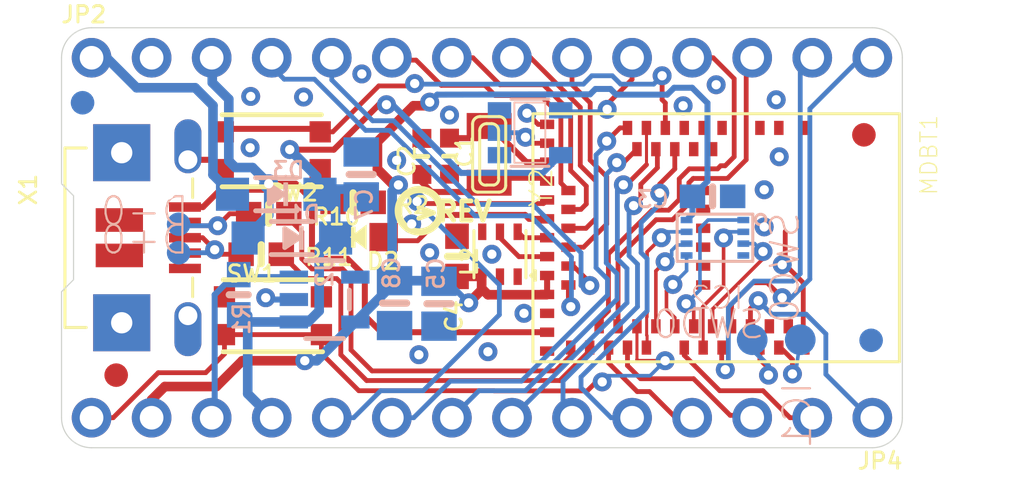
<source format=kicad_pcb>
(kicad_pcb (version 20211014) (generator pcbnew)
  (layers (0 "F.Cu" signal) (31 "B.Cu" signal) (34 "B.Paste" user) (35 "F.Paste" user) (36 "B.SilkS" user "B.Silkscreen") (37 "F.SilkS" user "F.Silkscreen") (38 "B.Mask" user) (39 "F.Mask" user) (44 "Edge.Cuts" user))
  (net 0 "")
  (net 1 "GND")
  (net 2 "VBUS")
  (net 3 "SWDIO")
  (net 4 "SWCLK")
  (net 5 "3.3V")
  (net 6 "VBAT")
  (net 7 "EN")
  (net 8 "USBD+")
  (net 9 "USBD-")
  (net 10 "VHI")
  (net 11 "SDA")
  (net 12 "SCL")
  (net 13 "A0")
  (net 14 "A1")
  (net 15 "A2")
  (net 16 "A3")
  (net 17 "A4")
  (net 18 "A5")
  (net 19 "QSPI_SCK")
  (net 20 "QSPI_DATA1")
  (net 21 "QSPI_DATA2")
  (net 22 "SCK")
  (net 23 "MOSI")
  (net 24 "MISO")
  (net 25 "QSPI_DATA3")
  (net 26 "QSPI_CS")
  (net 27 "QSPI_DATA0")
  (net 28 "D+")
  (net 29 "D-")
  (net 30 "DCCH")
  (net 31 "LED1")
  (net 32 "D9")
  (net 33 "D10")
  (net 34 "D13")
  (net 35 "D11")
  (net 36 "D12")
  (net 37 "D2")
  (net 38 "D7")
  (net 39 "TX_D1")
  (net 40 "RX_D0")
  (net 41 "~{RESET}")
  (net 42 "D5")
  (net 43 "DOT_DATA")
  (net 44 "DOT_CLK")
  (net 45 "SWITCH")
  (net 46 "N$1")
  (net 47 "N$7")
  (net 48 "N$8")
  (net 49 "D5_5V")
  (footprint "Adafruit ItsyBitsy nRF52840 Express:4UCONN_20329_V2" (layer "F.Cu") (at 135.1661 105.0036 -90)
    (fp_text reference "X1")
    (fp_text value "4u20329")
  )
  (footprint "Adafruit ItsyBitsy nRF52840 Express:FIDUCIAL_1MM" (layer "F.Cu") (at 164.6555 100.6475)
    (fp_text reference "FID2" hide)
    (fp_text value "FIDUCIAL_1MM" hide)
  )
  (footprint "Adafruit ItsyBitsy nRF52840 Express:FIDUCIAL_1MM" (layer "F.Cu") (at 133.0325 110.8202)
    (fp_text reference "FID1" hide)
    (fp_text value "FIDUCIAL_1MM" hide)
  )
  (footprint "Adafruit ItsyBitsy nRF52840 Express:XTAL3215" (layer "F.Cu") (at 148.8059 101.473 90)
    (fp_text reference "Y2")
    (fp_text value "32.768")
  )
  (footprint "Adafruit ItsyBitsy nRF52840 Express:BTN_KMR2_4.6X2.8" (layer "F.Cu") (at 139.6619 108.3056)
    (fp_text reference "SW1")
    (fp_text value "KMR2")
  )
  (footprint "Adafruit ItsyBitsy nRF52840 Express:0603-NO" (layer "F.Cu") (at 143.0528 103.505)
    (fp_text reference "R2")
    (fp_text value "1K")
  )
  (footprint "Adafruit ItsyBitsy nRF52840 Express:BTN_KMR2_4.6X2.8" (layer "F.Cu") (at 139.6111 101.3206 180)
    (fp_text reference "SW2")
    (fp_text value "KMR2")
  )
  (footprint "Adafruit ItsyBitsy nRF52840 Express:1X14_ROUND70" (layer "F.Cu") (at 148.5011 97.3836)
    (fp_text reference "JP2")
    (fp_text value "")
  )
  (footprint "Adafruit ItsyBitsy nRF52840 Express:0603-NO" (layer "F.Cu") (at 139.1666 105.7021)
    (fp_text reference "R11")
    (fp_text value "22")
  )
  (footprint "Adafruit ItsyBitsy nRF52840 Express:1X14_ROUND70" (layer "F.Cu") (at 148.5011 112.6236 180)
    (fp_text reference "JP4")
    (fp_text value "")
  )
  (footprint "Adafruit ItsyBitsy nRF52840 Express:MDBT50" (layer "F.Cu") (at 158.4071 105.0036 -90)
    (fp_text reference "MDBT1")
    (fp_text value "MDBT50")
  )
  (footprint "Adafruit ItsyBitsy nRF52840 Express:PCBFEAT-REV-040" (layer "F.Cu") (at 145.8595 103.8606)
    (fp_text reference "U$15" hide)
    (fp_text value "" hide)
  )
  (footprint "Adafruit ItsyBitsy nRF52840 Express:APA102_2020" (layer "F.Cu") (at 149.2631 105.7021 90)
    (fp_text reference "L2")
    (fp_text value "AP102-2020")
  )
  (footprint "Adafruit ItsyBitsy nRF52840 Express:CHIPLED_0805_NOOUTLINE" (layer "F.Cu") (at 143.2941 104.9782 90)
    (fp_text reference "D2")
    (fp_text value "RED")
  )
  (footprint "Adafruit ItsyBitsy nRF52840 Express:ITSYNRF52840_TOP" (layer "F.Cu") (at 130.7211 113.8936)
    (fp_text reference "U$12" hide)
    (fp_text value "" hide)
  )
  (footprint "Adafruit ItsyBitsy nRF52840 Express:_0603MP" (layer "F.Cu") (at 147.1295 101.5492 -90)
    (fp_text reference "C1")
    (fp_text value "22pF")
  )
  (footprint "Adafruit ItsyBitsy nRF52840 Express:0603-NO" (layer "F.Cu") (at 139.4841 103.9876)
    (fp_text reference "R10")
    (fp_text value "22")
  )
  (footprint "Adafruit ItsyBitsy nRF52840 Express:_0603MP" (layer "F.Cu") (at 145.9611 101.5619 90)
    (fp_text reference "C2")
    (fp_text value "22pF")
  )
  (footprint "Adafruit ItsyBitsy nRF52840 Express:0603-NO" (layer "F.Cu") (at 147.447 105.791 -90)
    (fp_text reference "C4")
    (fp_text value "0.1uF")
  )
  (footprint "Adafruit ItsyBitsy nRF52840 Express:USON8" (layer "B.Cu") (at 158.3563 105.0036 180)
    (fp_text reference "IC2")
    (fp_text value "GD25Q16")
  )
  (footprint "Adafruit ItsyBitsy nRF52840 Express:0805-NO" (layer "B.Cu") (at 146.685 107.7976 90)
    (fp_text reference "C5")
    (fp_text value "10uF")
  )
  (footprint "Adafruit ItsyBitsy nRF52840 Express:SOD-123" (layer "B.Cu") (at 140.462 105.0163 180)
    (fp_text reference "D1")
    (fp_text value "MBR120")
  )
  (footprint "Adafruit ItsyBitsy nRF52840 Express:FIDUCIAL_1MM" (layer "B.Cu") (at 131.6101 99.2886 180)
    (fp_text reference "FID3" hide)
    (fp_text value "FIDUCIAL_1MM" hide)
  )
  (footprint "Adafruit ItsyBitsy nRF52840 Express:0805-NO" (layer "B.Cu") (at 144.8054 107.7722 90)
    (fp_text reference "C8")
    (fp_text value "10uF")
  )
  (footprint "Adafruit ItsyBitsy nRF52840 Express:TP13R" (layer "B.Cu") (at 159.9311 109.3216 180)
    (fp_text reference "SWD0")
    (fp_text value "TPTP13R")
  )
  (footprint "Adafruit ItsyBitsy nRF52840 Express:TP10R" (layer "B.Cu") (at 135.6741 105.6386 180)
    (fp_text reference "D+0")
    (fp_text value "TPTP10R")
  )
  (footprint "Adafruit ItsyBitsy nRF52840 Express:TP10R" (layer "B.Cu") (at 135.6741 104.4321 180)
    (fp_text reference "D-0")
    (fp_text value "TPTP10R")
  )
  (footprint "Adafruit ItsyBitsy nRF52840 Express:SOD-123" (layer "B.Cu") (at 139.8016 103.1621 180)
    (fp_text reference "D3")
    (fp_text value "MBR120")
  )
  (footprint "Adafruit ItsyBitsy nRF52840 Express:0805-NO" (layer "B.Cu") (at 143.3957 102.3239 -90)
    (fp_text reference "C7")
    (fp_text value "10uF")
  )
  (footprint "Adafruit ItsyBitsy nRF52840 Express:FIDUCIAL_1MM" (layer "B.Cu") (at 164.9603 109.347 180)
    (fp_text reference "FID4" hide)
    (fp_text value "FIDUCIAL_1MM" hide)
  )
  (footprint "Adafruit ItsyBitsy nRF52840 Express:ITSYNRF52840_BOT" (layer "B.Cu") (at 166.2811 113.8936 180)
    (fp_text reference "U$14" hide)
    (fp_text value "" hide)
  )
  (footprint "Adafruit ItsyBitsy nRF52840 Express:TP13R" (layer "B.Cu") (at 161.9631 109.3216 -90)
    (fp_text reference "SWC0")
    (fp_text value "TPTP13R")
  )
  (footprint "Adafruit ItsyBitsy nRF52840 Express:SOT23-5" (layer "B.Cu") (at 150.5331 100.5586 90)
    (fp_text reference "IC1")
    (fp_text value "74HCT1G125DBV")
  )
  (footprint "Adafruit ItsyBitsy nRF52840 Express:SOT23-5" (layer "B.Cu") (at 141.8463 107.6198 90)
    (fp_text reference "U2")
    (fp_text value "AP2112(3.3V)")
  )
  (footprint "Adafruit ItsyBitsy nRF52840 Express:0603-NO" (layer "B.Cu") (at 138.2141 107.4166 -90)
    (fp_text reference "R1")
    (fp_text value "10K")
  )
  (footprint "Adafruit ItsyBitsy nRF52840 Express:0603-NO" (layer "B.Cu") (at 158.2547 103.251 180)
    (fp_text reference "C3")
    (fp_text value "0.1uF")
  )
  (gr_arc (start 165.0111 96.1136) (mid 165.909126 96.485574) (end 166.2811 97.3836) (layer "Edge.Cuts") (width 0.05))
  (gr_line (start 166.2811 97.3836) (end 166.2811 112.6236) (layer "Edge.Cuts") (width 0.05))
  (gr_line (start 131.2291 103.2256) (end 130.7211 102.7176) (layer "Edge.Cuts") (width 0.05))
  (gr_arc (start 130.7211 97.3836) (mid 131.093074 96.485574) (end 131.9911 96.1136) (layer "Edge.Cuts") (width 0.05))
  (gr_line (start 131.9911 96.1136) (end 165.0111 96.1136) (layer "Edge.Cuts") (width 0.05))
  (gr_arc (start 166.2811 112.6236) (mid 165.909126 113.521626) (end 165.0111 113.8936) (layer "Edge.Cuts") (width 0.05))
  (gr_line (start 130.7211 107.2896) (end 131.2291 106.7816) (layer "Edge.Cuts") (width 0.05))
  (gr_arc (start 131.9911 113.8936) (mid 131.093074 113.521626) (end 130.7211 112.6236) (layer "Edge.Cuts") (width 0.05))
  (gr_line (start 165.0111 113.8936) (end 131.9911 113.8936) (layer "Edge.Cuts") (width 0.05))
  (gr_line (start 130.7211 112.6236) (end 130.7211 107.2896) (layer "Edge.Cuts") (width 0.05))
  (gr_line (start 130.7211 102.7176) (end 130.7211 97.3836) (layer "Edge.Cuts") (width 0.05))
  (gr_line (start 131.2291 106.7816) (end 131.2291 103.2256) (layer "Edge.Cuts") (width 0.05))
  (segment (start 145.9611 100.9777) (end 145.9611 100.7999) (width 0.2032) (layer "F.Cu") (net 1))
  (segment (start 151.2571 100.2036) (end 150.8766 100.2036) (width 0.2032) (layer "F.Cu") (net 1))
  (segment (start 162.0901 106.9086) (end 161.3281 106.1466) (width 0.2032) (layer "F.Cu") (net 1))
  (segment (start 161.3281 104.737782) (end 161.3281 106.1466) (width 0.2032) (layer "F.Cu") (net 1))
  (segment (start 147.1295 102.3112) (end 147.1295 102.0953) (width 0.2032) (layer "F.Cu") (net 1))
  (segment (start 137.1441 101.7036) (end 136.0661 101.7036) (width 0.254) (layer "F.Cu") (net 1))
  (segment (start 150.8766 100.2036) (end 150.4061 99.7331) (width 0.2032) (layer "F.Cu") (net 1))
  (segment (start 162.0901 109.5866) (end 162.0901 106.9086) (width 0.2032) (layer "F.Cu") (net 1))
  (segment (start 137.5611 102.1206) (end 137.1441 101.7036) (width 0.254) (layer "F.Cu") (net 1))
  (segment (start 162.1571 109.6536) (end 162.0901 109.5866) (width 0.2032) (layer "F.Cu") (net 1))
  (via (at 158.4071 98.5266) (size 0.8001) (drill 0.3937) (layers "F.Cu" "B.Cu") (net 1))
  (via (at 148.9202 105.7021) (size 0.8001) (drill 0.3937) (layers "F.Cu" "B.Cu") (net 1))
  (via (at 145.5293 104.4194) (size 0.8001) (drill 0.3937) (layers "F.Cu" "B.Cu") (net 1))
  (via (at 148.7551 109.8296) (size 0.8001) (drill 0.3937) (layers "F.Cu" "B.Cu") (net 1))
  (via (at 138.7221 99.0219) (size 0.8001) (drill 0.3937) (layers "F.Cu" "B.Cu") (net 1))
  (via (at 150.4061 99.7331) (size 0.8001) (drill 0.3937) (layers "F.Cu" "B.Cu") (net 1))
  (via (at 150.2791 108.204) (size 0.8001) (drill 0.3937) (layers "F.Cu" "B.Cu") (net 1))
  (via (at 144.8943 101.727) (size 0.8001) (drill 0.3937) (layers "F.Cu" "B.Cu") (net 1))
  (via (at 146.2913 105.6386) (size 0.8001) (drill 0.3937) (layers "F.Cu" "B.Cu") (net 1))
  (via (at 160.9471 99.1616) (size 0.8001) (drill 0.3937) (layers "F.Cu" "B.Cu") (net 1))
  (via (at 140.9573 99.0473) (size 0.8001) (drill 0.3937) (layers "F.Cu" "B.Cu") (net 1))
  (via (at 147.1295 99.8093) (size 0.8001) (drill 0.3937) (layers "F.Cu" "B.Cu") (net 1))
  (via (at 161.2011 106.1466) (size 0.8001) (drill 0.3937) (layers "F.Cu" "B.Cu") (net 1))
  (via (at 143.4211 98.0694) (size 0.8001) (drill 0.3937) (layers "F.Cu" "B.Cu") (net 1))
  (via (at 157.0101 99.4156) (size 0.8001) (drill 0.3937) (layers "F.Cu" "B.Cu") (net 1))
  (via (at 160.4391 104.5464) (size 0.8001) (drill 0.3937) (layers "F.Cu" "B.Cu") (net 1))
  (via (at 161.0741 101.5746) (size 0.8001) (drill 0.3937) (layers "F.Cu" "B.Cu") (net 1))
  (via (at 145.8341 109.9566) (size 0.8001) (drill 0.3937) (layers "F.Cu" "B.Cu") (net 1))
  (via (at 139.3571 107.5436) (size 0.8001) (drill 0.3937) (layers "F.Cu" "B.Cu") (net 1))
  (via (at 160.4391 102.9716) (size 0.8001) (drill 0.3937) (layers "F.Cu" "B.Cu") (net 1))
  (via (at 138.6967 101.1936) (size 0.8001) (drill 0.3937) (layers "F.Cu" "B.Cu") (net 1))
  (segment (start 140.5462 107.6198) (end 139.4333 107.6198) (width 0.254) (layer "B.Cu") (net 1))
  (segment (start 139.4333 107.6198) (end 139.3571 107.5436) (width 0.254) (layer "B.Cu") (net 1))
  (segment (start 136.7031 103.7036) (end 137.4351 102.9716) (width 0.254) (layer "F.Cu") (net 2))
  (segment (start 135.9411 103.7036) (end 136.7031 103.7036) (width 0.254) (layer "F.Cu") (net 2))
  (segment (start 151.2571 109.0036) (end 144.2461 109.0036) (width 0.254) (layer "F.Cu") (net 2))
  (segment (start 139.2301 102.9716) (end 137.4351 102.9716) (width 0.254) (layer "F.Cu") (net 2))
  (segment (start 140.6271 102.7176) (end 139.4841 102.7176) (width 0.254) (layer "F.Cu") (net 2))
  (segment (start 144.2461 109.0036) (end 143.5481 108.3056) (width 0.254) (layer "F.Cu") (net 2))
  (segment (start 142.8115 105.8926) (end 141.5161 105.8926) (width 0.254) (layer "F.Cu") (net 2))
  (segment (start 143.5481 106.6292) (end 143.5481 108.3056) (width 0.254) (layer "F.Cu") (net 2))
  (segment (start 141.3129 103.4034) (end 140.6271 102.7176) (width 0.254) (layer "F.Cu") (net 2))
  (segment (start 141.5161 105.8926) (end 141.3129 105.6894) (width 0.254) (layer "F.Cu") (net 2))
  (segment (start 141.3129 103.4034) (end 141.3129 105.6894) (width 0.254) (layer "F.Cu") (net 2))
  (segment (start 139.4841 102.7176) (end 139.2301 102.9716) (width 0.254) (layer "F.Cu") (net 2))
  (segment (start 143.5481 106.6292) (end 142.8115 105.8926) (width 0.254) (layer "F.Cu") (net 2))
  (via (at 139.4841 102.7176) (size 0.8001) (drill 0.3937) (layers "F.Cu" "B.Cu") (net 2))
  (segment (start 138.612 105.0163) (end 138.612 104.9232) (width 0.254) (layer "B.Cu") (net 2))
  (segment (start 137.0711 97.3836) (end 137.0965 97.409) (width 0.254) (layer "B.Cu") (net 2))
  (segment (start 139.4841 104.0511) (end 138.612 104.9232) (width 0.4064) (layer "B.Cu") (net 2))
  (segment (start 137.0965 97.409) (end 137.0965 98.4377) (width 0.4064) (layer "B.Cu") (net 2))
  (segment (start 139.4841 102.7176) (end 139.4841 104.0511) (width 0.4064) (layer "B.Cu") (net 2))
  (segment (start 138.7983 102.0318) (end 138.0744 102.0318) (width 0.4064) (layer "B.Cu") (net 2))
  (segment (start 138.0744 102.0318) (end 137.795 101.7524) (width 0.4064) (layer "B.Cu") (net 2))
  (segment (start 139.4841 102.7176) (end 138.7983 102.0318) (width 0.4064) (layer "B.Cu") (net 2))
  (segment (start 137.795 99.1362) (end 137.0965 98.4377) (width 0.4064) (layer "B.Cu") (net 2))
  (segment (start 137.795 99.1362) (end 137.795 101.7524) (width 0.4064) (layer "B.Cu") (net 2))
  (segment (start 160.726303 110.630804) (end 160.2571 110.1616) (width 0.2032) (layer "F.Cu") (net 3))
  (segment (start 160.62025 110.8202) (end 160.726303 110.630804) (width 0.2032) (layer "F.Cu") (net 3))
  (segment (start 160.2571 109.6536) (end 160.2571 110.1616) (width 0.2032) (layer "F.Cu") (net 3))
  (via (at 160.62025 110.8202) (size 0.8001) (drill 0.3937) (layers "F.Cu" "B.Cu") (net 3))
  (segment (start 159.893 109.68655) (end 159.9311 109.3216) (width 0.2032) (layer "B.Cu") (net 3))
  (segment (start 160.62025 110.4138) (end 159.893 109.68655) (width 0.2032) (layer "B.Cu") (net 3))
  (segment (start 160.62025 110.8202) (end 160.62025 110.4138) (width 0.2032) (layer "B.Cu") (net 3))
  (segment (start 161.6329 110.7694) (end 161.6329 110.1598) (width 0.2032) (layer "F.Cu") (net 4))
  (segment (start 161.6329 110.1598) (end 161.1267 109.6536) (width 0.2032) (layer "F.Cu") (net 4))
  (segment (start 161.0571 109.6536) (end 161.1267 109.6536) (width 0.2032) (layer "F.Cu") (net 4))
  (via (at 161.6329 110.7694) (size 0.8001) (drill 0.3937) (layers "F.Cu" "B.Cu") (net 4))
  (segment (start 161.7853 110.617) (end 161.6329 110.7694) (width 0.1524) (layer "B.Cu") (net 4))
  (segment (start 161.9631 109.3216) (end 161.7853 110.617) (width 0.1524) (layer "B.Cu") (net 4))
  (segment (start 151.2441 107.4166) (end 151.2571 107.4036) (width 0.254) (layer "F.Cu") (net 5))
  (segment (start 146.1643 99.4156) (end 145.6055 99.4156) (width 0.4064) (layer "F.Cu") (net 5))
  (segment (start 144.9705 102.7684) (end 144.7546 102.7684) (width 0.4064) (layer "F.Cu") (net 5))
  (segment (start 148.5131 106.6521) (end 148.4877 106.6775) (width 0.254) (layer "F.Cu") (net 5))
  (segment (start 137.2743 111.3028) (end 138.3665 110.2106) (width 0.4064) (layer "F.Cu") (net 5))
  (segment (start 134.5311 112.6236) (end 134.5311 111.8616) (width 0.4064) (layer "F.Cu") (net 5))
  (segment (start 148.7551 107.4166) (end 148.5131 107.1746) (width 0.4064) (layer "F.Cu") (net 5))
  (segment (start 146.2913 99.2886) (end 146.1643 99.4156) (width 0.4064) (layer "F.Cu") (net 5))
  (segment (start 135.0899 111.3028) (end 137.2743 111.3028) (width 0.4064) (layer "F.Cu") (net 5))
  (segment (start 148.7551 107.4166) (end 151.2441 107.4166) (width 0.4064) (layer "F.Cu") (net 5))
  (segment (start 151.2571 106.6036) (end 151.2571 107.4036) (width 0.254) (layer "F.Cu") (net 5))
  (segment (start 148.4877 106.6775) (end 148.4877 107.2515) (width 0.4064) (layer "F.Cu") (net 5))
  (segment (start 147.447 106.641) (end 148.502 106.641) (width 0.4064) (layer "F.Cu") (net 5))
  (segment (start 146.2913 99.2632) (end 146.2913 99.2886) (width 0.254) (layer "F.Cu") (net 5))
  (segment (start 148.502 106.641) (end 148.5131 106.6521) (width 0.254) (layer "F.Cu") (net 5))
  (segment (start 135.0899 111.3028) (end 134.5311 111.8616) (width 0.4064) (layer "F.Cu") (net 5))
  (segment (start 144.7546 102.7684) (end 144.0815 102.0953) (width 0.4064) (layer "F.Cu") (net 5))
  (segment (start 144.0815 100.9396) (end 144.0815 102.0953) (width 0.4064) (layer "F.Cu") (net 5))
  (segment (start 148.5131 106.6521) (end 148.5131 107.1746) (width 0.254) (layer "F.Cu") (net 5))
  (segment (start 141.0081 110.2106) (end 138.3665 110.2106) (width 0.4064) (layer "F.Cu") (net 5))
  (segment (start 145.6055 99.4156) (end 144.0815 100.9396) (width 0.4064) (layer "F.Cu") (net 5))
  (segment (start 147.9423 107.7595) (end 148.4503 107.2515) (width 0.4064) (layer "F.Cu") (net 5))
  (segment (start 148.4877 107.2515) (end 148.4503 107.2515) (width 0.254) (layer "F.Cu") (net 5))
  (via (at 147.9423 107.7595) (size 0.8001) (drill 0.3937) (layers "F.Cu" "B.Cu") (net 5))
  (via (at 144.9705 102.7684) (size 0.8001) (drill 0.3937) (layers "F.Cu" "B.Cu") (net 5))
  (via (at 146.2913 99.2632) (size 0.8001) (drill 0.3937) (layers "F.Cu" "B.Cu") (net 5))
  (via (at 141.0081 110.2106) (size 0.8001) (drill 0.3937) (layers "F.Cu" "B.Cu") (net 5))
  (segment (start 146.609003 98.945497) (end 146.2913 99.2632) (width 0.254) (layer "B.Cu") (net 5))
  (segment (start 157.4047 104.0052) (end 157.4047 103.251) (width 0.254) (layer "B.Cu") (net 5))
  (segment (start 143.1464 108.5698) (end 143.142946 108.583754) (width 0.254) (layer "B.Cu") (net 5))
  (segment (start 153.073665 98.932435) (end 146.609003 98.945497) (width 0.254) (layer "B.Cu") (net 5))
  (segment (start 144.7038 103.0351) (end 144.7038 106.7206) (width 0.4064) (layer "B.Cu") (net 5))
  (segment (start 156.337 98.9457) (end 154.178 98.9457) (width 0.254) (layer "B.Cu") (net 5))
  (segment (start 144.8054 106.8222) (end 144.8054 106.9108) (width 0.254) (layer "B.Cu") (net 5))
  (segment (start 143.142946 108.583754) (end 141.5161 110.2106) (width 0.4064) (layer "B.Cu") (net 5))
  (segment (start 157.3911 98.6536) (end 156.6291 98.6536) (width 0.254) (layer "B.Cu") (net 5))
  (segment (start 153.9367 98.7044) (end 153.3017 98.7044) (width 0.254) (layer "B.Cu") (net 5))
  (segment (start 158.0397 99.3022) (end 157.3911 98.6536) (width 0.254) (layer "B.Cu") (net 5))
  (segment (start 144.8054 106.8222) (end 144.7038 106.7206) (width 0.254) (layer "B.Cu") (net 5))
  (segment (start 157.4047 104.0052) (end 157.1563 104.2536) (width 0.254) (layer "B.Cu") (net 5))
  (segment (start 154.178 98.9457) (end 153.9367 98.7044) (width 0.254) (layer "B.Cu") (net 5))
  (segment (start 146.685 106.8476) (end 146.6596 106.8222) (width 0.254) (layer "B.Cu") (net 5))
  (segment (start 144.9705 102.7684) (end 144.7038 103.0351) (width 0.4064) (layer "B.Cu") (net 5))
  (segment (start 144.8054 106.9108) (end 143.1464 108.5698) (width 0.4064) (layer "B.Cu") (net 5))
  (segment (start 146.6596 106.8222) (end 144.8054 106.8222) (width 0.4064) (layer "B.Cu") (net 5))
  (segment (start 153.3017 98.7044) (end 153.073665 98.932435) (width 0.254) (layer "B.Cu") (net 5))
  (segment (start 156.337 98.9457) (end 156.6291 98.6536) (width 0.254) (layer "B.Cu") (net 5))
  (segment (start 158.0397 99.3022) (end 158.0397 102.616) (width 0.254) (layer "B.Cu") (net 5))
  (segment (start 157.4047 103.251) (end 158.0397 102.616) (width 0.254) (layer "B.Cu") (net 5))
  (segment (start 147.9423 107.7595) (end 147.0304 106.8476) (width 0.254) (layer "B.Cu") (net 5))
  (segment (start 147.0304 106.8476) (end 146.685 106.8476) (width 0.254) (layer "B.Cu") (net 5))
  (segment (start 141.5161 110.2106) (end 141.0081 110.2106) (width 0.4064) (layer "B.Cu") (net 5))
  (segment (start 133.8961 98.6536) (end 132.6261 97.3836) (width 0.4064) (layer "B.Cu") (net 6))
  (segment (start 136.3726 98.6536) (end 133.8961 98.6536) (width 0.4064) (layer "B.Cu") (net 6))
  (segment (start 137.1261 99.4071) (end 137.1261 102.3366) (width 0.4064) (layer "B.Cu") (net 6))
  (segment (start 137.1261 99.4071) (end 136.3726 98.6536) (width 0.4064) (layer "B.Cu") (net 6))
  (segment (start 137.1261 102.3366) (end 137.9516 103.1621) (width 0.4064) (layer "B.Cu") (net 6))
  (segment (start 131.9911 97.3836) (end 132.6261 97.3836) (width 0.4064) (layer "B.Cu") (net 6))
  (segment (start 138.3173 106.6698) (end 138.2141 106.5666) (width 0.254) (layer "B.Cu") (net 7))
  (segment (start 140.5462 106.6698) (end 138.3173 106.6698) (width 0.254) (layer "B.Cu") (net 7))
  (segment (start 138.2141 106.5666) (end 138.0481 106.5666) (width 0.254) (layer "B.Cu") (net 7))
  (segment (start 138.0481 106.5666) (end 137.1981 107.4166) (width 0.254) (layer "B.Cu") (net 7))
  (segment (start 137.1981 112.4966) (end 137.0711 112.6236) (width 0.254) (layer "B.Cu") (net 7))
  (segment (start 137.1981 107.4166) (end 137.1981 112.4966) (width 0.254) (layer "B.Cu") (net 7))
  (segment (start 142.5321 106.9086) (end 142.3543 106.7308) (width 0.2032) (layer "F.Cu") (net 8))
  (segment (start 141.0453 106.7308) (end 140.0166 105.7021) (width 0.2032) (layer "F.Cu") (net 8))
  (segment (start 151.79295 111.0488) (end 143.6243 111.0488) (width 0.2032) (layer "F.Cu") (net 8))
  (segment (start 142.5321 106.9086) (end 142.5321 109.9566) (width 0.2032) (layer "F.Cu") (net 8))
  (segment (start 151.79295 111.0488) (end 153.0571 109.78465) (width 0.2032) (layer "F.Cu") (net 8))
  (segment (start 142.5321 109.9566) (end 143.6243 111.0488) (width 0.2032) (layer "F.Cu") (net 8))
  (segment (start 142.3543 106.7308) (end 141.0453 106.7308) (width 0.2032) (layer "F.Cu") (net 8))
  (segment (start 153.0571 109.78465) (end 153.0571 109.6536) (width 0.2032) (layer "F.Cu") (net 8))
  (segment (start 152.2571 109.6536) (end 152.2571 109.98865) (width 0.2032) (layer "F.Cu") (net 9))
  (segment (start 140.3341 103.9876) (end 140.3341 104.2026) (width 0.2032) (layer "F.Cu") (net 9))
  (segment (start 142.607556 106.3244) (end 142.9639 106.680744) (width 0.2032) (layer "F.Cu") (net 9))
  (segment (start 142.607556 106.3244) (end 141.3129 106.3244) (width 0.2032) (layer "F.Cu") (net 9))
  (segment (start 140.8811 104.7496) (end 140.8811 105.8926) (width 0.2032) (layer "F.Cu") (net 9))
  (segment (start 141.3129 106.3244) (end 140.8811 105.8926) (width 0.2032) (layer "F.Cu") (net 9))
  (segment (start 151.60335 110.6424) (end 143.8529 110.6424) (width 0.2032) (layer "F.Cu") (net 9))
  (segment (start 143.8529 110.6424) (end 142.9639 109.7534) (width 0.2032) (layer "F.Cu") (net 9))
  (segment (start 142.9639 106.680744) (end 142.9639 109.7534) (width 0.2032) (layer "F.Cu") (net 9))
  (segment (start 140.8811 104.7496) (end 140.3341 104.2026) (width 0.2032) (layer "F.Cu") (net 9))
  (segment (start 151.60335 110.6424) (end 152.2571 109.98865) (width 0.2032) (layer "F.Cu") (net 9))
  (segment (start 140.3787 101.2754) (end 140.3731 101.2698) (width 0.254) (layer "F.Cu") (net 10))
  (segment (start 144.4625 99.37115) (end 144.1416 99.37115) (width 0.254) (layer "F.Cu") (net 10))
  (segment (start 142.23735 101.2754) (end 140.3787 101.2754) (width 0.254) (layer "F.Cu") (net 10))
  (segment (start 144.1416 99.37115) (end 142.23735 101.2754) (width 0.254) (layer "F.Cu") (net 10))
  (via (at 140.3731 101.2698) (size 0.8001) (drill 0.3937) (layers "F.Cu" "B.Cu") (net 10))
  (via (at 144.4625 99.37115) (size 0.8001) (drill 0.3937) (layers "F.Cu" "B.Cu") (net 10))
  (segment (start 141.6516 102.9843) (end 141.4865 102.8192) (width 0.254) (layer "B.Cu") (net 10))
  (segment (start 142.312 104.7496) (end 142.312 105.0163) (width 0.254) (layer "B.Cu") (net 10))
  (segment (start 138.214093 107.910885) (end 137.863793 108.261185) (width 0.254) (layer "B.Cu") (net 10))
  (segment (start 141.6177 105.4439) (end 142.312 104.7496) (width 0.4064) (layer "B.Cu") (net 10))
  (segment (start 138.2141 108.2666) (end 138.214093 107.910885) (width 0.254) (layer "B.Cu") (net 10))
  (segment (start 141.1055 102.9462) (end 141.5161 102.9462) (width 0.254) (layer "B.Cu") (net 10))
  (segment (start 144.723912 99.37115) (end 144.4625 99.37115) (width 0.254) (layer "B.Cu") (net 10))
  (segment (start 140.5462 108.5698) (end 138.018409 108.5698) (width 0.4064) (layer "B.Cu") (net 10))
  (segment (start 141.6177 108.1024) (end 141.6177 105.4439) (width 0.4064) (layer "B.Cu") (net 10))
  (segment (start 142.312 102.9462) (end 143.068 102.9462) (width 0.4064) (layer "B.Cu") (net 10))
  (segment (start 147.613162 102.2604) (end 144.723912 99.37115) (width 0.254) (layer "B.Cu") (net 10))
  (segment (start 151.0813 102.2604) (end 147.613162 102.2604) (width 0.254) (layer "B.Cu") (net 10))
  (segment (start 141.1055 102.8192) (end 141.1055 102.9462) (width 0.254) (layer "B.Cu") (net 10))
  (segment (start 141.5161 102.9462) (end 142.312 102.9462) (width 0.4064) (layer "B.Cu") (net 10))
  (segment (start 141.5161 102.4128) (end 141.5161 102.9462) (width 0.4064) (layer "B.Cu") (net 10))
  (segment (start 140.3731 101.2698) (end 141.5161 102.4128) (width 0.4064) (layer "B.Cu") (net 10))
  (segment (start 141.6516 102.9843) (end 141.6516 103.1621) (width 0.254) (layer "B.Cu") (net 10))
  (segment (start 151.8331 101.5086) (end 151.0813 102.2604) (width 0.254) (layer "B.Cu") (net 10))
  (segment (start 142.312 102.9462) (end 142.312 104.7496) (width 0.4064) (layer "B.Cu") (net 10))
  (segment (start 143.3957 103.2739) (end 143.068 102.9462) (width 0.254) (layer "B.Cu") (net 10))
  (segment (start 138.018409 108.5698) (end 137.863793 108.261185) (width 0.254) (layer "B.Cu") (net 10))
  (segment (start 140.5462 108.5698) (end 141.1503 108.5698) (width 0.4064) (layer "B.Cu") (net 10))
  (segment (start 141.1503 108.5698) (end 141.6177 108.1024) (width 0.4064) (layer "B.Cu") (net 10))
  (segment (start 138.214093 107.910885) (end 138.5951 108.291891) (width 0.254) (layer "B.Cu") (net 10))
  (segment (start 138.5951 108.291891) (end 138.5951 111.6076) (width 0.4064) (layer "B.Cu") (net 10))
  (segment (start 141.4865 102.8192) (end 141.1055 102.8192) (width 0.254) (layer "B.Cu") (net 10))
  (segment (start 138.5951 111.6076) (end 139.6111 112.6236) (width 0.4064) (layer "B.Cu") (net 10))
  (segment (start 157.2523 102.67735) (end 157.2523 103.5549) (width 0.2032) (layer "F.Cu") (net 11))
  (segment (start 154.2571 105.8516) (end 154.2571 108.7536) (width 0.2032) (layer "F.Cu") (net 11))
  (segment (start 157.43625 102.4934) (end 158.8853 102.4934) (width 0.2032) (layer "F.Cu") (net 11))
  (segment (start 158.8853 102.4934) (end 159.6771 101.7016) (width 0.2032) (layer "F.Cu") (net 11))
  (segment (start 155.8671 104.2416) (end 154.2571 105.8516) (width 0.2032) (layer "F.Cu") (net 11))
  (segment (start 159.6771 101.7016) (end 159.6771 98.0186) (width 0.2032) (layer "F.Cu") (net 11))
  (segment (start 159.9311 97.7646) (end 159.9311 97.3836) (width 0.2032) (layer "F.Cu") (net 11))
  (segment (start 157.43625 102.4934) (end 157.2523 102.67735) (width 0.2032) (layer "F.Cu") (net 11))
  (segment (start 157.2523 103.5549) (end 156.5656 104.2416) (width 0.2032) (layer "F.Cu") (net 11))
  (segment (start 159.9311 97.7646) (end 159.6771 98.0186) (width 0.2032) (layer "F.Cu") (net 11))
  (segment (start 156.5656 104.2416) (end 155.8671 104.2416) (width 0.2032) (layer "F.Cu") (net 11))
  (segment (start 156.8459 102.509013) (end 156.8459 103.386563) (width 0.2032) (layer "F.Cu") (net 12))
  (segment (start 159.1691 101.5746) (end 159.1691 98.2726) (width 0.2032) (layer "F.Cu") (net 12))
  (segment (start 153.8507 108.10195) (end 153.8507 105.683263) (width 0.2032) (layer "F.Cu") (net 12))
  (segment (start 158.5976 101.9556) (end 158.4662 102.087) (width 0.2032) (layer "F.Cu") (net 12))
  (segment (start 157.267912 102.087) (end 156.8459 102.509013) (width 0.2032) (layer "F.Cu") (net 12))
  (segment (start 159.1691 98.2726) (end 158.2801 97.3836) (width 0.2032) (layer "F.Cu") (net 12))
  (segment (start 156.397262 103.8352) (end 155.698762 103.8352) (width 0.2032) (layer "F.Cu") (net 12))
  (segment (start 153.8507 108.10195) (end 153.4571 108.49555) (width 0.2032) (layer "F.Cu") (net 12))
  (segment (start 158.4662 102.087) (end 157.267912 102.087) (width 0.2032) (layer "F.Cu") (net 12))
  (segment (start 158.7881 101.9556) (end 158.5976 101.9556) (width 0.2032) (layer "F.Cu") (net 12))
  (segment (start 155.698762 103.8352) (end 153.8507 105.683263) (width 0.2032) (layer "F.Cu") (net 12))
  (segment (start 156.8459 103.386563) (end 156.397262 103.8352) (width 0.2032) (layer "F.Cu") (net 12))
  (segment (start 153.4571 108.7536) (end 153.4571 108.49555) (width 0.2032) (layer "F.Cu") (net 12))
  (segment (start 158.2801 97.3836) (end 157.3911 97.3836) (width 0.2032) (layer "F.Cu") (net 12))
  (segment (start 159.1691 101.5746) (end 158.7881 101.9556) (width 0.2032) (layer "F.Cu") (net 12))
  (segment (start 145.7579 103.4669) (end 145.847 103.556) (width 0.2032) (layer "F.Cu") (net 13))
  (segment (start 151.1047 103.556) (end 145.847 103.556) (width 0.2032) (layer "F.Cu") (net 13))
  (segment (start 151.2571 103.4036) (end 151.1047 103.556) (width 0.2032) (layer "F.Cu") (net 13))
  (via (at 145.7579 103.4669) (size 0.8001) (drill 0.3937) (layers "F.Cu" "B.Cu") (net 13))
  (segment (start 144.21765 111.4806) (end 143.07465 112.6236) (width 0.2032) (layer "B.Cu") (net 13))
  (segment (start 149.2377 106.9975) (end 145.7579 103.5177) (width 0.2032) (layer "B.Cu") (net 13))
  (segment (start 146.021362 111.4806) (end 144.21765 111.4806) (width 0.2032) (layer "B.Cu") (net 13))
  (segment (start 149.2377 108.264263) (end 146.021362 111.4806) (width 0.2032) (layer "B.Cu") (net 13))
  (segment (start 143.07465 112.6236) (end 142.1511 112.6236) (width 0.2032) (layer "B.Cu") (net 13))
  (segment (start 149.2377 106.9975) (end 149.2377 108.264263) (width 0.2032) (layer "B.Cu") (net 13))
  (segment (start 145.7579 103.4669) (end 145.7579 103.5177) (width 0.2032) (layer "B.Cu") (net 13))
  (segment (start 154.33855 100.3536) (end 153.77795 100.9142) (width 0.2032) (layer "F.Cu") (net 14))
  (segment (start 154.33855 100.3536) (end 154.6571 100.3536) (width 0.2032) (layer "F.Cu") (net 14))
  (via (at 153.77795 100.9142) (size 0.8001) (drill 0.3937) (layers "F.Cu" "B.Cu") (net 14))
  (segment (start 153.8097 107.435525) (end 150.171025 111.0742) (width 0.2032) (layer "B.Cu") (net 14))
  (segment (start 150.171025 111.0742) (end 147.16405 111.0742) (width 0.2032) (layer "B.Cu") (net 14))
  (segment (start 147.16405 111.0742) (end 145.61465 112.6236) (width 0.2032) (layer "B.Cu") (net 14))
  (segment (start 153.8097 106.7562) (end 153.3271 106.2736) (width 0.2032) (layer "B.Cu") (net 14))
  (segment (start 153.8097 106.7562) (end 153.8097 107.435525) (width 0.2032) (layer "B.Cu") (net 14))
  (segment (start 145.61465 112.6236) (end 144.6911 112.6236) (width 0.2032) (layer "B.Cu") (net 14))
  (segment (start 153.77795 100.9142) (end 153.777993 101.047082) (width 0.2032) (layer "B.Cu") (net 14))
  (segment (start 153.777993 101.047082) (end 153.3271 101.497975) (width 0.2032) (layer "B.Cu") (net 14))
  (segment (start 153.3271 101.497975) (end 153.3271 106.2736) (width 0.2032) (layer "B.Cu") (net 14))
  (segment (start 154.20305 101.822038) (end 154.488662 101.822038) (width 0.2032) (layer "F.Cu") (net 15))
  (segment (start 154.488662 101.822038) (end 155.0571 101.2536) (width 0.2032) (layer "F.Cu") (net 15))
  (via (at 154.20305 101.822038) (size 0.8001) (drill 0.3937) (layers "F.Cu" "B.Cu") (net 15))
  (segment (start 154.20305 101.822038) (end 154.20305 101.880025) (width 0.2032) (layer "B.Cu") (net 15))
  (segment (start 154.2161 106.5276) (end 153.7589 106.0704) (width 0.2032) (layer "B.Cu") (net 15))
  (segment (start 150.339362 111.4806) (end 148.3741 111.4806) (width 0.2032) (layer "B.Cu") (net 15))
  (segment (start 153.7589 102.324175) (end 153.7589 106.0704) (width 0.2032) (layer "B.Cu") (net 15))
  (segment (start 154.2161 106.5276) (end 154.2161 107.603863) (width 0.2032) (layer "B.Cu") (net 15))
  (segment (start 154.2161 107.603863) (end 150.339362 111.4806) (width 0.2032) (layer "B.Cu") (net 15))
  (segment (start 148.3741 111.4806) (end 147.2311 112.6236) (width 0.2032) (layer "B.Cu") (net 15))
  (segment (start 154.20305 101.880025) (end 153.7589 102.324175) (width 0.2032) (layer "B.Cu") (net 15))
  (segment (start 155.4607 101.911288) (end 155.4607 100.3572) (width 0.127) (layer "F.Cu") (net 16))
  (segment (start 154.4828 102.762188) (end 154.6098 102.762188) (width 0.2032) (layer "F.Cu") (net 16))
  (segment (start 155.4607 100.3572) (end 155.4571 100.3536) (width 0.127) (layer "F.Cu") (net 16))
  (segment (start 155.4607 101.911288) (end 154.6098 102.762188) (width 0.2032) (layer "F.Cu") (net 16))
  (via (at 154.4828 102.762188) (size 0.8001) (drill 0.3937) (layers "F.Cu" "B.Cu") (net 16))
  (segment (start 154.4828 102.762188) (end 154.2288 103.016188) (width 0.2032) (layer "B.Cu") (net 16))
  (segment (start 154.2288 103.016188) (end 154.2288 105.899088) (width 0.2032) (layer "B.Cu") (net 16))
  (segment (start 154.6352 106.305488) (end 154.2288 105.899088) (width 0.2032) (layer "B.Cu") (net 16))
  (segment (start 154.6352 106.305488) (end 154.6352 107.7595) (width 0.2032) (layer "B.Cu") (net 16))
  (segment (start 154.6352 107.7595) (end 149.7711 112.6236) (width 0.2032) (layer "B.Cu") (net 16))
  (segment (start 155.9206 101.3171) (end 155.9206 102.0418) (width 0.2032) (layer "F.Cu") (net 17))
  (segment (start 155.9206 102.0418) (end 155.2194 102.743) (width 0.2032) (layer "F.Cu") (net 17))
  (segment (start 155.8571 101.2536) (end 155.9206 101.3171) (width 0.2032) (layer "F.Cu") (net 17))
  (segment (start 155.2194 103.3399) (end 154.9146 103.6447) (width 0.2032) (layer "F.Cu") (net 17))
  (segment (start 155.2194 102.743) (end 155.2194 103.3399) (width 0.2032) (layer "F.Cu") (net 17))
  (via (at 154.9146 103.6447) (size 0.8001) (drill 0.3937) (layers "F.Cu" "B.Cu") (net 17))
  (segment (start 155.0797 107.9246) (end 151.9301 111.0742) (width 0.2032) (layer "B.Cu") (net 17))
  (segment (start 155.0797 106.1212) (end 154.7241 105.7656) (width 0.2032) (layer "B.Cu") (net 17))
  (segment (start 152.3111 112.6236) (end 151.9301 112.2426) (width 0.2032) (layer "B.Cu") (net 17))
  (segment (start 151.9301 111.0742) (end 151.9301 112.2426) (width 0.2032) (layer "B.Cu") (net 17))
  (segment (start 154.9146 103.6447) (end 154.7241 103.8352) (width 0.2032) (layer "B.Cu") (net 17))
  (segment (start 154.7241 103.8352) (end 154.7241 105.7656) (width 0.2032) (layer "B.Cu") (net 17))
  (segment (start 155.0797 106.1212) (end 155.0797 107.9246) (width 0.2032) (layer "B.Cu") (net 17))
  (segment (start 156.0195 102.7303) (end 156.0195 103.1113) (width 0.2032) (layer "F.Cu") (net 18))
  (segment (start 156.6571 102.0927) (end 156.6571 101.2536) (width 0.2032) (layer "F.Cu") (net 18))
  (segment (start 156.6571 102.0927) (end 156.0195 102.7303) (width 0.2032) (layer "F.Cu") (net 18))
  (via (at 156.0195 103.1113) (size 0.8001) (drill 0.3937) (layers "F.Cu" "B.Cu") (net 18))
  (segment (start 156.0195 103.5812) (end 155.2321 104.3686) (width 0.2032) (layer "B.Cu") (net 18))
  (segment (start 152.6921 110.8964) (end 152.6921 111.3536) (width 0.2032) (layer "B.Cu") (net 18))
  (segment (start 155.2321 104.3686) (end 155.2321 105.6386) (width 0.2032) (layer "B.Cu") (net 18))
  (segment (start 155.4861 105.8926) (end 155.2321 105.6386) (width 0.2032) (layer "B.Cu") (net 18))
  (segment (start 155.4861 108.1024) (end 152.6921 110.8964) (width 0.2032) (layer "B.Cu") (net 18))
  (segment (start 153.9621 112.6236) (end 152.6921 111.3536) (width 0.2032) (layer "B.Cu") (net 18))
  (segment (start 156.0195 103.1113) (end 156.0195 103.5812) (width 0.2032) (layer "B.Cu") (net 18))
  (segment (start 154.8511 112.6236) (end 153.9621 112.6236) (width 0.2032) (layer "B.Cu") (net 18))
  (segment (start 155.4861 105.8926) (end 155.4861 108.1024) (width 0.2032) (layer "B.Cu") (net 18))
  (segment (start 155.8571 106.4106) (end 155.8571 108.7536) (width 0.1524) (layer "F.Cu") (net 19))
  (segment (start 156.2481 106.0196) (end 155.8571 106.4106) (width 0.1524) (layer "F.Cu") (net 19))
  (via (at 156.2481 106.0196) (size 0.8001) (drill 0.3937) (layers "F.Cu" "B.Cu") (net 19))
  (segment (start 156.5253 105.54245) (end 156.5253 105.7424) (width 0.1524) (layer "B.Cu") (net 19))
  (segment (start 156.5253 105.7424) (end 156.2481 106.0196) (width 0.1524) (layer "B.Cu") (net 19))
  (segment (start 156.756625 105.311125) (end 156.5253 105.54245) (width 0.1524) (layer "B.Cu") (net 19))
  (segment (start 157.098775 105.311125) (end 156.756625 105.311125) (width 0.1524) (layer "B.Cu") (net 19))
  (segment (start 157.1563 105.2536) (end 157.098775 105.311125) (width 0.1524) (layer "B.Cu") (net 19))
  (segment (start 157.8571 109.6536) (end 157.8571 107.9528) (width 0.127) (layer "F.Cu") (net 20))
  (segment (start 158.72065 105.01285) (end 158.72065 107.04485) (width 0.1524) (layer "F.Cu") (net 20))
  (segment (start 157.8571 107.9528) (end 157.8349 107.9306) (width 0.127) (layer "F.Cu") (net 20))
  (segment (start 157.8349 107.9306) (end 158.72065 107.04485) (width 0.1524) (layer "F.Cu") (net 20))
  (via (at 158.72065 105.01285) (size 0.8001) (drill 0.3937) (layers "F.Cu" "B.Cu") (net 20))
  (segment (start 158.9721 104.7536) (end 158.72065 105.00505) (width 0.1524) (layer "B.Cu") (net 20))
  (segment (start 159.5563 104.7536) (end 158.9721 104.7536) (width 0.1524) (layer "B.Cu") (net 20))
  (segment (start 158.72065 105.00505) (end 158.72065 105.01285) (width 0.1524) (layer "B.Cu") (net 20))
  (segment (start 160.3883 105.5878) (end 160.3883 105.8926) (width 0.1524) (layer "F.Cu") (net 21))
  (segment (start 160.3883 105.8926) (end 158.2571 108.0238) (width 0.1524) (layer "F.Cu") (net 21))
  (segment (start 158.2571 108.7536) (end 158.2571 108.0238) (width 0.1524) (layer "F.Cu") (net 21))
  (via (at 160.3883 105.5878) (size 0.8001) (drill 0.3937) (layers "F.Cu" "B.Cu") (net 21))
  (segment (start 160.0327 105.2536) (end 159.5563 105.2536) (width 0.1524) (layer "B.Cu") (net 21))
  (segment (start 160.3883 105.5878) (end 160.3669 105.5878) (width 0.1524) (layer "B.Cu") (net 21))
  (segment (start 160.3669 105.5878) (end 160.0327 105.2536) (width 0.1524) (layer "B.Cu") (net 21))
  (segment (start 156.69605 112.6236) (end 157.3911 112.6236) (width 0.2032) (layer "F.Cu") (net 22))
  (segment (start 155.069046 111.516654) (end 153.8571 110.304707) (width 0.2032) (layer "F.Cu") (net 22))
  (segment (start 155.589103 111.516654) (end 156.69605 112.6236) (width 0.2032) (layer "F.Cu") (net 22))
  (segment (start 153.8571 109.6536) (end 153.8571 110.304707) (width 0.2032) (layer "F.Cu") (net 22))
  (segment (start 155.589103 111.516654) (end 155.069046 111.516654) (width 0.2032) (layer "F.Cu") (net 22))
  (segment (start 159.000762 112.522) (end 157.451362 110.9726) (width 0.2032) (layer "F.Cu") (net 23))
  (segment (start 159.8295 112.522) (end 159.000762 112.522) (width 0.2032) (layer "F.Cu") (net 23))
  (segment (start 154.6571 109.6536) (end 154.6571 110.416907) (width 0.2032) (layer "F.Cu") (net 23))
  (segment (start 159.8295 112.522) (end 159.9311 112.6236) (width 0.2032) (layer "F.Cu") (net 23))
  (segment (start 154.6571 110.416907) (end 155.212793 110.9726) (width 0.2032) (layer "F.Cu") (net 23))
  (segment (start 157.451362 110.9726) (end 155.212793 110.9726) (width 0.2032) (layer "F.Cu") (net 23))
  (segment (start 158.558637 111.4806) (end 157.0571 109.979063) (width 0.2032) (layer "F.Cu") (net 24))
  (segment (start 160.3883 111.4806) (end 158.558637 111.4806) (width 0.2032) (layer "F.Cu") (net 24))
  (segment (start 161.5313 112.6236) (end 162.4711 112.6236) (width 0.2032) (layer "F.Cu") (net 24))
  (segment (start 157.0571 109.6536) (end 157.0571 109.979063) (width 0.2032) (layer "F.Cu") (net 24))
  (segment (start 161.5313 112.6236) (end 160.3883 111.4806) (width 0.2032) (layer "F.Cu") (net 24))
  (segment (start 155.4666 109.132507) (end 155.4666 108.374694) (width 0.127) (layer "F.Cu") (net 25))
  (segment (start 155.4861 109.152007) (end 155.4666 109.132507) (width 0.127) (layer "F.Cu") (net 25))
  (segment (start 155.4861 108.18265) (end 155.4861 105.60685) (width 0.1524) (layer "F.Cu") (net 25))
  (segment (start 155.4666 108.374694) (end 155.4861 108.355194) (width 0.127) (layer "F.Cu") (net 25))
  (segment (start 155.4861 109.6246) (end 155.4861 109.152007) (width 0.127) (layer "F.Cu") (net 25))
  (segment (start 155.4861 108.355194) (end 155.4861 108.18265) (width 0.127) (layer "F.Cu") (net 25))
  (segment (start 155.4861 109.6246) (end 155.4571 109.6536) (width 0.1524) (layer "F.Cu") (net 25))
  (segment (start 156.08935 105.0036) (end 155.4861 105.60685) (width 0.1524) (layer "F.Cu") (net 25))
  (via (at 156.08935 105.0036) (size 0.8001) (drill 0.3937) (layers "F.Cu" "B.Cu") (net 25))
  (segment (start 156.08935 105.0036) (end 156.33935 104.7536) (width 0.1524) (layer "B.Cu") (net 25))
  (segment (start 157.1563 104.7536) (end 156.33935 104.7536) (width 0.1524) (layer "B.Cu") (net 25))
  (segment (start 157.3901 107.7976) (end 157.1371 107.7976) (width 0.1524) (layer "F.Cu") (net 26))
  (segment (start 157.4571 108.7536) (end 157.4571 107.8646) (width 0.1524) (layer "F.Cu") (net 26))
  (segment (start 157.4571 107.8646) (end 157.3901 107.7976) (width 0.1524) (layer "F.Cu") (net 26))
  (via (at 157.1371 107.7976) (size 0.8001) (drill 0.3937) (layers "F.Cu" "B.Cu") (net 26))
  (segment (start 159.5563 104.2536) (end 158.0649 104.2536) (width 0.1524) (layer "B.Cu") (net 26))
  (segment (start 158.0649 104.2536) (end 157.7213 104.5972) (width 0.1524) (layer "B.Cu") (net 26))
  (segment (start 157.7213 107.2134) (end 157.1371 107.7976) (width 0.1524) (layer "B.Cu") (net 26))
  (segment (start 157.7213 104.5972) (end 157.7213 107.2134) (width 0.1524) (layer "B.Cu") (net 26))
  (segment (start 156.6571 108.7536) (end 156.6571 108.388807) (width 0.1524) (layer "F.Cu") (net 27))
  (segment (start 156.5757 106.9822) (end 156.30525 107.25265) (width 0.1524) (layer "F.Cu") (net 27))
  (segment (start 156.6571 108.388807) (end 156.30525 108.036957) (width 0.1524) (layer "F.Cu") (net 27))
  (segment (start 156.30525 107.25265) (end 156.30525 108.036957) (width 0.1524) (layer "F.Cu") (net 27))
  (via (at 156.5757 106.9822) (size 0.8001) (drill 0.3937) (layers "F.Cu" "B.Cu") (net 27))
  (segment (start 157.1563 105.7536) (end 157.1563 106.4016) (width 0.1524) (layer "B.Cu") (net 27))
  (segment (start 157.1563 106.4016) (end 156.5757 106.9822) (width 0.1524) (layer "B.Cu") (net 27))
  (segment (start 136.6901 105.0036) (end 137.1981 105.5116) (width 0.2032) (layer "F.Cu") (net 28))
  (segment (start 137.5156 105.7021) (end 137.3251 105.5116) (width 0.2032) (layer "F.Cu") (net 28))
  (segment (start 135.9411 105.0036) (end 136.6901 105.0036) (width 0.2032) (layer "F.Cu") (net 28))
  (segment (start 137.1981 105.5116) (end 137.3251 105.5116) (width 0.2032) (layer "F.Cu") (net 28))
  (segment (start 138.3166 105.7021) (end 137.5156 105.7021) (width 0.2032) (layer "F.Cu") (net 28))
  (via (at 137.1981 105.5116) (size 0.8001) (drill 0.3937) (layers "F.Cu" "B.Cu") (net 28))
  (segment (start 137.0711 105.6386) (end 135.6741 105.6386) (width 0.2032) (layer "B.Cu") (net 28))
  (segment (start 137.1981 105.5116) (end 137.0711 105.6386) (width 0.2032) (layer "B.Cu") (net 28))
  (segment (start 137.8331 103.9876) (end 137.3251 104.4956) (width 0.2032) (layer "F.Cu") (net 29))
  (segment (start 137.3251 104.4956) (end 136.0831 104.4956) (width 0.2032) (layer "F.Cu") (net 29))
  (segment (start 138.6341 103.9876) (end 137.8331 103.9876) (width 0.2032) (layer "F.Cu") (net 29))
  (segment (start 135.9411 104.3536) (end 136.0831 104.4956) (width 0.2032) (layer "F.Cu") (net 29))
  (via (at 137.3251 104.4956) (size 0.8001) (drill 0.3937) (layers "F.Cu" "B.Cu") (net 29))
  (segment (start 137.3251 104.4956) (end 135.7376 104.4956) (width 0.2032) (layer "B.Cu") (net 29))
  (segment (start 135.7376 104.4956) (end 135.6741 104.4321) (width 0.2032) (layer "B.Cu") (net 29))
  (segment (start 150.3299 104.0384) (end 146.8746 104.0384) (width 0.254) (layer "F.Cu") (net 31))
  (segment (start 144.4965 105.1306) (end 144.3441 104.9782) (width 0.2032) (layer "F.Cu") (net 31))
  (segment (start 150.4951 104.2036) (end 150.3299 104.0384) (width 0.254) (layer "F.Cu") (net 31))
  (segment (start 145.7824 105.1306) (end 144.4965 105.1306) (width 0.2032) (layer "F.Cu") (net 31))
  (segment (start 151.2571 104.2036) (end 150.4951 104.2036) (width 0.254) (layer "F.Cu") (net 31))
  (segment (start 146.8746 104.0384) (end 145.7824 105.1306) (width 0.2032) (layer "F.Cu") (net 31))
  (segment (start 152.66 99.4851) (end 152.66 101.945975) (width 0.2032) (layer "F.Cu") (net 32))
  (segment (start 152.66 101.945975) (end 153.32075 102.606725) (width 0.2032) (layer "F.Cu") (net 32))
  (segment (start 150.5585 97.3836) (end 152.66 99.4851) (width 0.2032) (layer "F.Cu") (net 32))
  (segment (start 153.32075 104.18445) (end 152.9016 104.6036) (width 0.2032) (layer "F.Cu") (net 32))
  (segment (start 149.7711 97.3836) (end 150.5585 97.3836) (width 0.2032) (layer "F.Cu") (net 32))
  (segment (start 153.32075 102.606725) (end 153.32075 104.18445) (width 0.2032) (layer "F.Cu") (net 32))
  (segment (start 152.9016 104.6036) (end 152.1571 104.6036) (width 0.2032) (layer "F.Cu") (net 32))
  (segment (start 148.1201 97.3836) (end 147.2311 97.3836) (width 0.2032) (layer "F.Cu") (net 33))
  (segment (start 152.6856 103.8036) (end 152.91435 103.57485) (width 0.2032) (layer "F.Cu") (net 33))
  (segment (start 152.91435 102.8197) (end 152.2536 102.15895) (width 0.2032) (layer "F.Cu") (net 33))
  (segment (start 149.2631 98.5266) (end 148.1201 97.3836) (width 0.2032) (layer "F.Cu") (net 33))
  (segment (start 151.101362 98.5266) (end 149.2631 98.5266) (width 0.2032) (layer "F.Cu") (net 33))
  (segment (start 152.2536 99.678838) (end 151.101362 98.5266) (width 0.2032) (layer "F.Cu") (net 33))
  (segment (start 152.1571 103.8036) (end 152.6856 103.8036) (width 0.2032) (layer "F.Cu") (net 33))
  (segment (start 152.91435 103.57485) (end 152.91435 102.8197) (width 0.2032) (layer "F.Cu") (net 33))
  (segment (start 152.2536 102.15895) (end 152.2536 99.678838) (width 0.2032) (layer "F.Cu") (net 33))
  (segment (start 152.25685 107.92445) (end 152.1571 107.8247) (width 0.2032) (layer "F.Cu") (net 34))
  (segment (start 152.1571 107.0036) (end 152.1571 107.8247) (width 0.2032) (layer "F.Cu") (net 34))
  (via (at 152.25685 107.92445) (size 0.8001) (drill 0.3937) (layers "F.Cu" "B.Cu") (net 34))
  (segment (start 150.542562 104.0765) (end 148.209 104.0765) (width 0.2032) (layer "B.Cu") (net 34))
  (segment (start 143.581887 100.457) (end 141.416537 98.29165) (width 0.2032) (layer "B.Cu") (net 34))
  (segment (start 152.25685 107.92445) (end 152.2857 107.8956) (width 0.2032) (layer "B.Cu") (net 34))
  (segment (start 152.2857 105.819638) (end 152.2857 107.8956) (width 0.2032) (layer "B.Cu") (net 34))
  (segment (start 144.5895 100.457) (end 143.581887 100.457) (width 0.2032) (layer "B.Cu") (net 34))
  (segment (start 141.416537 98.29165) (end 140.13815 98.29165) (width 0.2032) (layer "B.Cu") (net 34))
  (segment (start 152.2857 105.819638) (end 150.542562 104.0765) (width 0.2032) (layer "B.Cu") (net 34))
  (segment (start 139.6111 97.7646) (end 139.6111 97.3836) (width 0.2032) (layer "B.Cu") (net 34))
  (segment (start 148.209 104.0765) (end 144.5895 100.457) (width 0.2032) (layer "B.Cu") (net 34))
  (segment (start 140.13815 98.29165) (end 139.6111 97.7646) (width 0.2032) (layer "B.Cu") (net 34))
  (segment (start 151.8396 99.8458) (end 151.8396 102.6861) (width 0.2032) (layer "F.Cu") (net 35))
  (segment (start 145.71625 97.4852) (end 144.7927 97.4852) (width 0.2032) (layer "F.Cu") (net 35))
  (segment (start 152.1571 103.0036) (end 151.8396 102.6861) (width 0.2032) (layer "F.Cu") (net 35))
  (segment (start 150.9776 98.9838) (end 149.062825 98.9838) (width 0.2032) (layer "F.Cu") (net 35))
  (segment (start 144.7927 97.4852) (end 144.6911 97.3836) (width 0.2032) (layer "F.Cu") (net 35))
  (segment (start 148.631025 98.552) (end 146.78305 98.552) (width 0.2032) (layer "F.Cu") (net 35))
  (segment (start 151.8396 99.8458) (end 150.9776 98.9838) (width 0.2032) (layer "F.Cu") (net 35))
  (segment (start 149.062825 98.9838) (end 148.631025 98.552) (width 0.2032) (layer "F.Cu") (net 35))
  (segment (start 146.78305 98.552) (end 145.71625 97.4852) (width 0.2032) (layer "F.Cu") (net 35))
  (segment (start 153.063506 106.899007) (end 152.3681 106.2036) (width 0.2032) (layer "F.Cu") (net 36))
  (segment (start 153.063506 107.026007) (end 153.063506 106.899007) (width 0.2032) (layer "F.Cu") (net 36))
  (segment (start 152.1571 106.2036) (end 152.3681 106.2036) (width 0.2032) (layer "F.Cu") (net 36))
  (via (at 153.063506 107.026007) (size 0.8001) (drill 0.3937) (layers "F.Cu" "B.Cu") (net 36))
  (segment (start 152.6921 105.6386) (end 152.6921 107.026007) (width 0.2032) (layer "B.Cu") (net 36))
  (segment (start 152.6921 105.6386) (end 150.6474 103.5939) (width 0.2032) (layer "B.Cu") (net 36))
  (segment (start 144.7673 100.0506) (end 143.8783 100.0506) (width 0.2032) (layer "B.Cu") (net 36))
  (segment (start 153.063506 107.026007) (end 152.6921 107.026007) (width 0.2032) (layer "B.Cu") (net 36))
  (segment (start 148.3106 103.5939) (end 144.7673 100.0506) (width 0.2032) (layer "B.Cu") (net 36))
  (segment (start 142.1511 98.3234) (end 142.1511 97.3836) (width 0.2032) (layer "B.Cu") (net 36))
  (segment (start 150.6474 103.5939) (end 148.3106 103.5939) (width 0.2032) (layer "B.Cu") (net 36))
  (segment (start 143.8783 100.0506) (end 142.1511 98.3234) (width 0.2032) (layer "B.Cu") (net 36))
  (segment (start 159.8571 108.7536) (end 159.8571 107.9986) (width 0.2032) (layer "F.Cu") (net 37))
  (segment (start 160.1851 107.6706) (end 159.8571 107.9986) (width 0.2032) (layer "F.Cu") (net 37))
  (via (at 160.1851 107.6706) (size 0.8001) (drill 0.3937) (layers "F.Cu" "B.Cu") (net 37))
  (segment (start 164.8841 112.6236) (end 165.0111 112.6236) (width 0.2032) (layer "B.Cu") (net 37))
  (segment (start 160.1851 107.6706) (end 160.7566 108.2421) (width 0.2032) (layer "B.Cu") (net 37))
  (segment (start 163.0457 109.073819) (end 162.213981 108.2421) (width 0.2032) (layer "B.Cu") (net 37))
  (segment (start 162.213981 108.2421) (end 160.7566 108.2421) (width 0.2032) (layer "B.Cu") (net 37))
  (segment (start 163.0457 110.7852) (end 164.8841 112.6236) (width 0.2032) (layer "B.Cu") (net 37))
  (segment (start 163.0457 109.073819) (end 163.0457 110.7852) (width 0.2032) (layer "B.Cu") (net 37))
  (segment (start 153.0791 101.7203) (end 153.77795 102.41915) (width 0.2032) (layer "F.Cu") (net 38))
  (segment (start 153.77795 104.42575) (end 152.8001 105.4036) (width 0.2032) (layer "F.Cu") (net 38))
  (segment (start 153.77795 102.41915) (end 153.77795 104.42575) (width 0.2032) (layer "F.Cu") (net 38))
  (segment (start 152.3111 97.3836) (end 152.3111 98.5266) (width 0.2032) (layer "F.Cu") (net 38))
  (segment (start 152.3111 98.5266) (end 153.0791 99.2946) (width 0.2032) (layer "F.Cu") (net 38))
  (segment (start 153.0791 99.2946) (end 153.0791 101.7203) (width 0.2032) (layer "F.Cu") (net 38))
  (segment (start 152.8001 105.4036) (end 152.1571 105.4036) (width 0.2032) (layer "F.Cu") (net 38))
  (segment (start 158.6571 109.6536) (end 158.64105 109.66965) (width 0.2032) (layer "F.Cu") (net 39))
  (segment (start 158.64105 110.4392) (end 158.79345 110.5916) (width 0.2032) (layer "F.Cu") (net 39))
  (segment (start 158.64105 109.66965) (end 158.64105 110.4392) (width 0.2032) (layer "F.Cu") (net 39))
  (via (at 158.79345 110.5916) (size 0.8001) (drill 0.3937) (layers "F.Cu" "B.Cu") (net 39))
  (segment (start 158.92145 107.937438) (end 158.92145 110.4636) (width 0.2032) (layer "B.Cu") (net 39))
  (segment (start 160.020137 106.83875) (end 158.92145 107.937438) (width 0.2032) (layer "B.Cu") (net 39))
  (segment (start 161.65195 106.83875) (end 160.020137 106.83875) (width 0.2032) (layer "B.Cu") (net 39))
  (segment (start 161.9631 106.5276) (end 161.65195 106.83875) (width 0.2032) (layer "B.Cu") (net 39))
  (segment (start 158.92145 110.4636) (end 158.79345 110.5916) (width 0.2032) (layer "B.Cu") (net 39))
  (segment (start 161.9631 97.8916) (end 162.4711 97.3836) (width 0.2032) (layer "B.Cu") (net 39))
  (segment (start 161.9631 97.8916) (end 161.9631 106.5276) (width 0.2032) (layer "B.Cu") (net 39))
  (segment (start 160.5661 106.9086) (end 159.9565 106.9086) (width 0.2032) (layer "F.Cu") (net 40))
  (segment (start 159.0571 108.7536) (end 159.0571 107.808) (width 0.2032) (layer "F.Cu") (net 40))
  (segment (start 161.2011 107.5436) (end 160.5661 106.9086) (width 0.2032) (layer "F.Cu") (net 40))
  (segment (start 159.9565 106.9086) (end 159.0571 107.808) (width 0.2032) (layer "F.Cu") (net 40))
  (via (at 161.2011 107.5436) (size 0.8001) (drill 0.3937) (layers "F.Cu" "B.Cu") (net 40))
  (segment (start 162.3695 99.5426) (end 164.5285 97.3836) (width 0.2032) (layer "B.Cu") (net 40))
  (segment (start 162.3695 99.5426) (end 162.3695 106.7562) (width 0.2032) (layer "B.Cu") (net 40))
  (segment (start 161.5821 107.5436) (end 161.2011 107.5436) (width 0.2032) (layer "B.Cu") (net 40))
  (segment (start 162.3695 106.7562) (end 161.5821 107.5436) (width 0.2032) (layer "B.Cu") (net 40))
  (segment (start 164.5285 97.3836) (end 165.0111 97.3836) (width 0.2032) (layer "B.Cu") (net 40))
  (segment (start 141.7119 109.1056) (end 141.7119 109.8984) (width 0.2032) (layer "F.Cu") (net 41))
  (segment (start 136.8171 110.7186) (end 137.6119 109.9238) (width 0.2032) (layer "F.Cu") (net 41))
  (segment (start 153.334562 111.107063) (end 152.953562 111.488063) (width 0.2032) (layer "F.Cu") (net 41))
  (segment (start 131.9911 112.6236) (end 132.9055 112.6236) (width 0.2032) (layer "F.Cu") (net 41))
  (segment (start 155.0571 110.1626) (end 155.1051 110.2106) (width 0.1524) (layer "F.Cu") (net 41))
  (segment (start 137.6119 109.9238) (end 137.6119 109.1056) (width 0.2032) (layer "F.Cu") (net 41))
  (segment (start 149.0091 111.4806) (end 143.2941 111.4806) (width 0.2032) (layer "F.Cu") (net 41))
  (segment (start 134.8105 110.7186) (end 132.9055 112.6236) (width 0.2032) (layer "F.Cu") (net 41))
  (segment (start 136.8171 110.7186) (end 134.8105 110.7186) (width 0.2032) (layer "F.Cu") (net 41))
  (segment (start 137.6119 109.1056) (end 141.7119 109.1056) (width 0.2032) (layer "F.Cu") (net 41))
  (segment (start 155.0571 108.7536) (end 155.0571 110.1626) (width 0.127) (layer "F.Cu") (net 41))
  (segment (start 155.1051 110.2106) (end 156.2481 110.2106) (width 0.1524) (layer "F.Cu") (net 41))
  (segment (start 141.7119 109.8984) (end 143.2941 111.4806) (width 0.2032) (layer "F.Cu") (net 41))
  (segment (start 152.953562 111.488063) (end 149.016562 111.488063) (width 0.2032) (layer "F.Cu") (net 41))
  (segment (start 149.016562 111.488063) (end 149.0091 111.4806) (width 0.1524) (layer "F.Cu") (net 41))
  (segment (start 153.588562 111.107063) (end 153.334562 111.107063) (width 0.2032) (layer "F.Cu") (net 41))
  (via (at 153.588562 111.107063) (size 0.8001) (drill 0.3937) (layers "F.Cu" "B.Cu") (net 41))
  (via (at 156.2481 110.2106) (size 0.8001) (drill 0.3937) (layers "F.Cu" "B.Cu") (net 41))
  (segment (start 155.6131 110.8456) (end 153.850025 110.8456) (width 0.1524) (layer "B.Cu") (net 41))
  (segment (start 156.2481 110.2106) (end 155.6131 110.8456) (width 0.1524) (layer "B.Cu") (net 41))
  (segment (start 153.850025 110.8456) (end 153.588562 111.107063) (width 0.1524) (layer "B.Cu") (net 41))
  (segment (start 150.5971 101.0036) (end 150.3426 100.7491) (width 0.2032) (layer "F.Cu") (net 42))
  (segment (start 151.2571 101.0036) (end 150.5971 101.0036) (width 0.2032) (layer "F.Cu") (net 42))
  (via (at 150.3426 100.7491) (size 0.8001) (drill 0.3937) (layers "F.Cu" "B.Cu") (net 42))
  (segment (start 150.3426 100.7491) (end 150.1521 100.5586) (width 0.2032) (layer "B.Cu") (net 42))
  (segment (start 150.1521 100.5586) (end 149.2431 100.5586) (width 0.2032) (layer "B.Cu") (net 42))
  (segment (start 150.2646 105.0036) (end 150.0131 104.7521) (width 0.2032) (layer "F.Cu") (net 43))
  (segment (start 151.2571 105.0036) (end 150.2646 105.0036) (width 0.2032) (layer "F.Cu") (net 43))
  (segment (start 150.0631 105.8036) (end 149.2631 105.0036) (width 0.2032) (layer "F.Cu") (net 44))
  (segment (start 149.2631 105.0036) (end 149.2631 104.7521) (width 0.2032) (layer "F.Cu") (net 44))
  (segment (start 151.2571 105.8036) (end 150.0631 105.8036) (width 0.2032) (layer "F.Cu") (net 44))
  (segment (start 137.5611 100.5206) (end 137.6881 100.3936) (width 0.254) (layer "F.Cu") (net 45))
  (segment (start 156.1211 98.1456) (end 156.1211 99.1616) (width 0.2032) (layer "F.Cu") (net 45))
  (segment (start 156.2571 99.2976) (end 156.1211 99.1616) (width 0.2032) (layer "F.Cu") (net 45))
  (segment (start 145.6563 98.4758) (end 145.5547 98.5774) (width 0.2032) (layer "F.Cu") (net 45))
  (segment (start 145.5547 98.5774) (end 144.1377 98.5774) (width 0.2032) (layer "F.Cu") (net 45))
  (segment (start 141.6611 100.5206) (end 142.1945 100.5206) (width 0.2032) (layer "F.Cu") (net 45))
  (segment (start 141.5341 100.3936) (end 141.6611 100.5206) (width 0.254) (layer "F.Cu") (net 45))
  (segment (start 156.2571 100.3536) (end 156.2571 99.2976) (width 0.2032) (layer "F.Cu") (net 45))
  (segment (start 144.1377 98.5774) (end 142.1945 100.5206) (width 0.2032) (layer "F.Cu") (net 45))
  (segment (start 141.5341 100.3936) (end 137.6881 100.3936) (width 0.254) (layer "F.Cu") (net 45))
  (via (at 156.1211 98.1456) (size 0.8001) (drill 0.3937) (layers "F.Cu" "B.Cu") (net 45))
  (via (at 145.6563 98.4758) (size 0.8001) (drill 0.3937) (layers "F.Cu" "B.Cu") (net 45))
  (segment (start 156.1211 98.1456) (end 155.7655 98.5012) (width 0.2032) (layer "B.Cu") (net 45))
  (segment (start 153.1493 98.1456) (end 152.7937 98.5012) (width 0.2032) (layer "B.Cu") (net 45))
  (segment (start 145.6817 98.5012) (end 145.6563 98.4758) (width 0.2032) (layer "B.Cu") (net 45))
  (segment (start 155.7655 98.5012) (end 154.3685 98.5012) (width 0.2032) (layer "B.Cu") (net 45))
  (segment (start 154.0129 98.1456) (end 153.1493 98.1456) (width 0.2032) (layer "B.Cu") (net 45))
  (segment (start 154.3685 98.5012) (end 154.0129 98.1456) (width 0.2032) (layer "B.Cu") (net 45))
  (segment (start 152.7937 98.5012) (end 145.6817 98.5012) (width 0.2032) (layer "B.Cu") (net 45))
  (segment (start 142.2441 103.5463) (end 142.2441 104.9782) (width 0.2032) (layer "F.Cu") (net 46))
  (segment (start 142.2028 103.505) (end 142.2441 103.5463) (width 0.2032) (layer "F.Cu") (net 46))
  (segment (start 148.8505 100.273) (end 148.8059 100.273) (width 0.254) (layer "F.Cu") (net 47))
  (segment (start 151.2571 101.8036) (end 150.3811 101.8036) (width 0.254) (layer "F.Cu") (net 47))
  (segment (start 148.2917 100.7872) (end 147.1295 100.7872) (width 0.254) (layer "F.Cu") (net 47))
  (segment (start 150.3811 101.8036) (end 148.8505 100.273) (width 0.254) (layer "F.Cu") (net 47))
  (segment (start 148.8059 100.273) (end 148.2917 100.7872) (width 0.254) (layer "F.Cu") (net 47))
  (segment (start 145.9611 102.3239) (end 145.9611 102.6541) (width 0.254) (layer "F.Cu") (net 48))
  (segment (start 151.1171 102.4636) (end 149.0153 102.4636) (width 0.254) (layer "F.Cu") (net 48))
  (segment (start 148.4122 103.0667) (end 146.3737 103.0667) (width 0.254) (layer "F.Cu") (net 48))
  (segment (start 146.3737 103.0667) (end 145.9611 102.6541) (width 0.254) (layer "F.Cu") (net 48))
  (segment (start 148.8059 102.673) (end 148.4122 103.0667) (width 0.254) (layer "F.Cu") (net 48))
  (segment (start 151.2571 102.6036) (end 151.1171 102.4636) (width 0.254) (layer "F.Cu") (net 48))
  (segment (start 149.0153 102.4636) (end 148.8059 102.673) (width 0.254) (layer "F.Cu") (net 48))
  (segment (start 153.797 99.3521) (end 153.797 99.568) (width 0.2032) (layer "F.Cu") (net 49))
  (segment (start 154.8511 97.3836) (end 154.8511 98.298) (width 0.2032) (layer "F.Cu") (net 49))
  (segment (start 154.8511 98.298) (end 153.797 99.3521) (width 0.2032) (layer "F.Cu") (net 49))
  (via (at 153.797 99.568) (size 0.8001) (drill 0.3937) (layers "F.Cu" "B.Cu") (net 49))
  (segment (start 153.797 99.568) (end 153.687703 99.568) (width 0.2032) (layer "B.Cu") (net 49))
  (segment (start 151.8966 99.6721) (end 151.8331 99.6086) (width 0.2032) (layer "B.Cu") (net 49))
  (segment (start 153.583603 99.6721) (end 151.8966 99.6721) (width 0.2032) (layer "B.Cu") (net 49))
  (segment (start 153.687703 99.568) (end 153.583603 99.6721) (width 0.2032) (layer "B.Cu") (net 49))
)
</source>
